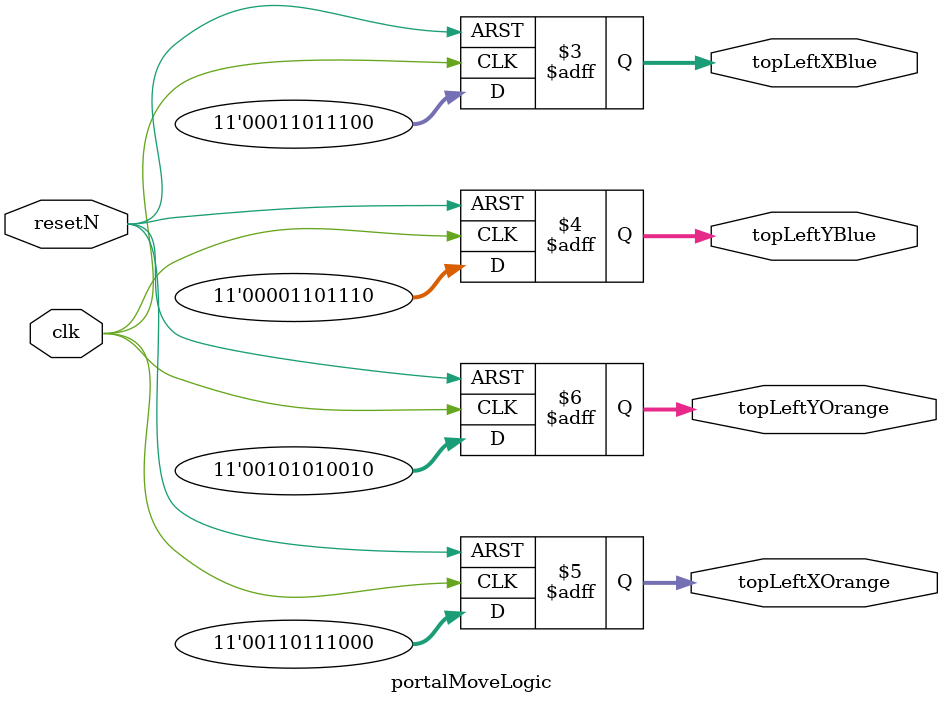
<source format=sv>
module portalMoveLogic

(

//system
input logic clk,
input logic resetN,

output logic signed [10:0] topLeftXBlue,
output logic signed [10:0] topLeftYBlue,

output logic signed [10:0] topLeftXOrange,
output logic signed [10:0] topLeftYOrange
);

logic flag;

always_ff@(posedge clk or negedge resetN)
begin
	if(!resetN)
	begin
		topLeftXBlue <= 0;
		topLeftYBlue <= 0;
		topLeftXOrange <= 0;
		topLeftYOrange <= 0;
	end
	
	else begin
		/*topLeftXBlue <= 11'b00101000000; //320
		topLeftYBlue <= 11'b00010101011; //171
		topLeftXOrange <= 11'b00101000000; //320
		topLeftYOrange <= 11'b00100110110; //310*/
		
		topLeftXBlue <= 11'b00011011100; //220
		topLeftYBlue <= 11'b00001101110; //110
		topLeftXOrange <= 11'b00110111000; //440
		topLeftYOrange <= 11'b00101010010; //338

	end
end

endmodule

</source>
